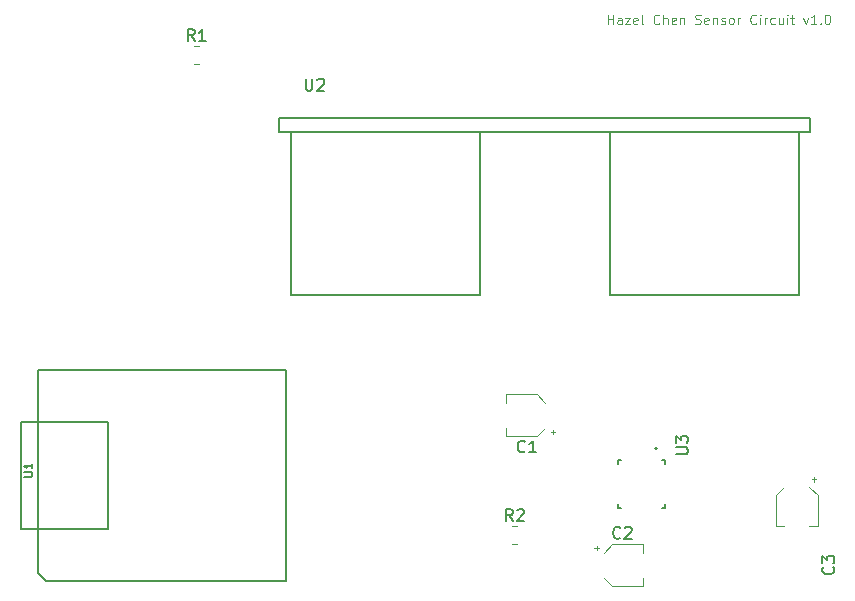
<source format=gbr>
%TF.GenerationSoftware,KiCad,Pcbnew,8.0.8*%
%TF.CreationDate,2025-02-09T22:20:03-08:00*%
%TF.ProjectId,techin514-final-project,74656368-696e-4353-9134-2d66696e616c,rev?*%
%TF.SameCoordinates,Original*%
%TF.FileFunction,Legend,Top*%
%TF.FilePolarity,Positive*%
%FSLAX46Y46*%
G04 Gerber Fmt 4.6, Leading zero omitted, Abs format (unit mm)*
G04 Created by KiCad (PCBNEW 8.0.8) date 2025-02-09 22:20:03*
%MOMM*%
%LPD*%
G01*
G04 APERTURE LIST*
%ADD10C,0.100000*%
%ADD11C,0.150000*%
%ADD12C,0.200000*%
%ADD13C,0.127000*%
%ADD14C,0.120000*%
G04 APERTURE END LIST*
D10*
X112016265Y-60856895D02*
X112016265Y-60056895D01*
X112016265Y-60437847D02*
X112473408Y-60437847D01*
X112473408Y-60856895D02*
X112473408Y-60056895D01*
X113197217Y-60856895D02*
X113197217Y-60437847D01*
X113197217Y-60437847D02*
X113159122Y-60361657D01*
X113159122Y-60361657D02*
X113082931Y-60323561D01*
X113082931Y-60323561D02*
X112930550Y-60323561D01*
X112930550Y-60323561D02*
X112854360Y-60361657D01*
X113197217Y-60818800D02*
X113121026Y-60856895D01*
X113121026Y-60856895D02*
X112930550Y-60856895D01*
X112930550Y-60856895D02*
X112854360Y-60818800D01*
X112854360Y-60818800D02*
X112816264Y-60742609D01*
X112816264Y-60742609D02*
X112816264Y-60666419D01*
X112816264Y-60666419D02*
X112854360Y-60590228D01*
X112854360Y-60590228D02*
X112930550Y-60552133D01*
X112930550Y-60552133D02*
X113121026Y-60552133D01*
X113121026Y-60552133D02*
X113197217Y-60514038D01*
X113501979Y-60323561D02*
X113921027Y-60323561D01*
X113921027Y-60323561D02*
X113501979Y-60856895D01*
X113501979Y-60856895D02*
X113921027Y-60856895D01*
X114530551Y-60818800D02*
X114454360Y-60856895D01*
X114454360Y-60856895D02*
X114301979Y-60856895D01*
X114301979Y-60856895D02*
X114225789Y-60818800D01*
X114225789Y-60818800D02*
X114187693Y-60742609D01*
X114187693Y-60742609D02*
X114187693Y-60437847D01*
X114187693Y-60437847D02*
X114225789Y-60361657D01*
X114225789Y-60361657D02*
X114301979Y-60323561D01*
X114301979Y-60323561D02*
X114454360Y-60323561D01*
X114454360Y-60323561D02*
X114530551Y-60361657D01*
X114530551Y-60361657D02*
X114568646Y-60437847D01*
X114568646Y-60437847D02*
X114568646Y-60514038D01*
X114568646Y-60514038D02*
X114187693Y-60590228D01*
X115025788Y-60856895D02*
X114949598Y-60818800D01*
X114949598Y-60818800D02*
X114911503Y-60742609D01*
X114911503Y-60742609D02*
X114911503Y-60056895D01*
X116397218Y-60780704D02*
X116359122Y-60818800D01*
X116359122Y-60818800D02*
X116244837Y-60856895D01*
X116244837Y-60856895D02*
X116168646Y-60856895D01*
X116168646Y-60856895D02*
X116054360Y-60818800D01*
X116054360Y-60818800D02*
X115978170Y-60742609D01*
X115978170Y-60742609D02*
X115940075Y-60666419D01*
X115940075Y-60666419D02*
X115901979Y-60514038D01*
X115901979Y-60514038D02*
X115901979Y-60399752D01*
X115901979Y-60399752D02*
X115940075Y-60247371D01*
X115940075Y-60247371D02*
X115978170Y-60171180D01*
X115978170Y-60171180D02*
X116054360Y-60094990D01*
X116054360Y-60094990D02*
X116168646Y-60056895D01*
X116168646Y-60056895D02*
X116244837Y-60056895D01*
X116244837Y-60056895D02*
X116359122Y-60094990D01*
X116359122Y-60094990D02*
X116397218Y-60133085D01*
X116740075Y-60856895D02*
X116740075Y-60056895D01*
X117082932Y-60856895D02*
X117082932Y-60437847D01*
X117082932Y-60437847D02*
X117044837Y-60361657D01*
X117044837Y-60361657D02*
X116968646Y-60323561D01*
X116968646Y-60323561D02*
X116854360Y-60323561D01*
X116854360Y-60323561D02*
X116778170Y-60361657D01*
X116778170Y-60361657D02*
X116740075Y-60399752D01*
X117768647Y-60818800D02*
X117692456Y-60856895D01*
X117692456Y-60856895D02*
X117540075Y-60856895D01*
X117540075Y-60856895D02*
X117463885Y-60818800D01*
X117463885Y-60818800D02*
X117425789Y-60742609D01*
X117425789Y-60742609D02*
X117425789Y-60437847D01*
X117425789Y-60437847D02*
X117463885Y-60361657D01*
X117463885Y-60361657D02*
X117540075Y-60323561D01*
X117540075Y-60323561D02*
X117692456Y-60323561D01*
X117692456Y-60323561D02*
X117768647Y-60361657D01*
X117768647Y-60361657D02*
X117806742Y-60437847D01*
X117806742Y-60437847D02*
X117806742Y-60514038D01*
X117806742Y-60514038D02*
X117425789Y-60590228D01*
X118149599Y-60323561D02*
X118149599Y-60856895D01*
X118149599Y-60399752D02*
X118187694Y-60361657D01*
X118187694Y-60361657D02*
X118263884Y-60323561D01*
X118263884Y-60323561D02*
X118378170Y-60323561D01*
X118378170Y-60323561D02*
X118454361Y-60361657D01*
X118454361Y-60361657D02*
X118492456Y-60437847D01*
X118492456Y-60437847D02*
X118492456Y-60856895D01*
X119444837Y-60818800D02*
X119559123Y-60856895D01*
X119559123Y-60856895D02*
X119749599Y-60856895D01*
X119749599Y-60856895D02*
X119825790Y-60818800D01*
X119825790Y-60818800D02*
X119863885Y-60780704D01*
X119863885Y-60780704D02*
X119901980Y-60704514D01*
X119901980Y-60704514D02*
X119901980Y-60628323D01*
X119901980Y-60628323D02*
X119863885Y-60552133D01*
X119863885Y-60552133D02*
X119825790Y-60514038D01*
X119825790Y-60514038D02*
X119749599Y-60475942D01*
X119749599Y-60475942D02*
X119597218Y-60437847D01*
X119597218Y-60437847D02*
X119521028Y-60399752D01*
X119521028Y-60399752D02*
X119482933Y-60361657D01*
X119482933Y-60361657D02*
X119444837Y-60285466D01*
X119444837Y-60285466D02*
X119444837Y-60209276D01*
X119444837Y-60209276D02*
X119482933Y-60133085D01*
X119482933Y-60133085D02*
X119521028Y-60094990D01*
X119521028Y-60094990D02*
X119597218Y-60056895D01*
X119597218Y-60056895D02*
X119787695Y-60056895D01*
X119787695Y-60056895D02*
X119901980Y-60094990D01*
X120549600Y-60818800D02*
X120473409Y-60856895D01*
X120473409Y-60856895D02*
X120321028Y-60856895D01*
X120321028Y-60856895D02*
X120244838Y-60818800D01*
X120244838Y-60818800D02*
X120206742Y-60742609D01*
X120206742Y-60742609D02*
X120206742Y-60437847D01*
X120206742Y-60437847D02*
X120244838Y-60361657D01*
X120244838Y-60361657D02*
X120321028Y-60323561D01*
X120321028Y-60323561D02*
X120473409Y-60323561D01*
X120473409Y-60323561D02*
X120549600Y-60361657D01*
X120549600Y-60361657D02*
X120587695Y-60437847D01*
X120587695Y-60437847D02*
X120587695Y-60514038D01*
X120587695Y-60514038D02*
X120206742Y-60590228D01*
X120930552Y-60323561D02*
X120930552Y-60856895D01*
X120930552Y-60399752D02*
X120968647Y-60361657D01*
X120968647Y-60361657D02*
X121044837Y-60323561D01*
X121044837Y-60323561D02*
X121159123Y-60323561D01*
X121159123Y-60323561D02*
X121235314Y-60361657D01*
X121235314Y-60361657D02*
X121273409Y-60437847D01*
X121273409Y-60437847D02*
X121273409Y-60856895D01*
X121616266Y-60818800D02*
X121692457Y-60856895D01*
X121692457Y-60856895D02*
X121844838Y-60856895D01*
X121844838Y-60856895D02*
X121921028Y-60818800D01*
X121921028Y-60818800D02*
X121959124Y-60742609D01*
X121959124Y-60742609D02*
X121959124Y-60704514D01*
X121959124Y-60704514D02*
X121921028Y-60628323D01*
X121921028Y-60628323D02*
X121844838Y-60590228D01*
X121844838Y-60590228D02*
X121730552Y-60590228D01*
X121730552Y-60590228D02*
X121654362Y-60552133D01*
X121654362Y-60552133D02*
X121616266Y-60475942D01*
X121616266Y-60475942D02*
X121616266Y-60437847D01*
X121616266Y-60437847D02*
X121654362Y-60361657D01*
X121654362Y-60361657D02*
X121730552Y-60323561D01*
X121730552Y-60323561D02*
X121844838Y-60323561D01*
X121844838Y-60323561D02*
X121921028Y-60361657D01*
X122416266Y-60856895D02*
X122340076Y-60818800D01*
X122340076Y-60818800D02*
X122301981Y-60780704D01*
X122301981Y-60780704D02*
X122263885Y-60704514D01*
X122263885Y-60704514D02*
X122263885Y-60475942D01*
X122263885Y-60475942D02*
X122301981Y-60399752D01*
X122301981Y-60399752D02*
X122340076Y-60361657D01*
X122340076Y-60361657D02*
X122416266Y-60323561D01*
X122416266Y-60323561D02*
X122530552Y-60323561D01*
X122530552Y-60323561D02*
X122606743Y-60361657D01*
X122606743Y-60361657D02*
X122644838Y-60399752D01*
X122644838Y-60399752D02*
X122682933Y-60475942D01*
X122682933Y-60475942D02*
X122682933Y-60704514D01*
X122682933Y-60704514D02*
X122644838Y-60780704D01*
X122644838Y-60780704D02*
X122606743Y-60818800D01*
X122606743Y-60818800D02*
X122530552Y-60856895D01*
X122530552Y-60856895D02*
X122416266Y-60856895D01*
X123025791Y-60856895D02*
X123025791Y-60323561D01*
X123025791Y-60475942D02*
X123063886Y-60399752D01*
X123063886Y-60399752D02*
X123101981Y-60361657D01*
X123101981Y-60361657D02*
X123178172Y-60323561D01*
X123178172Y-60323561D02*
X123254362Y-60323561D01*
X124587696Y-60780704D02*
X124549600Y-60818800D01*
X124549600Y-60818800D02*
X124435315Y-60856895D01*
X124435315Y-60856895D02*
X124359124Y-60856895D01*
X124359124Y-60856895D02*
X124244838Y-60818800D01*
X124244838Y-60818800D02*
X124168648Y-60742609D01*
X124168648Y-60742609D02*
X124130553Y-60666419D01*
X124130553Y-60666419D02*
X124092457Y-60514038D01*
X124092457Y-60514038D02*
X124092457Y-60399752D01*
X124092457Y-60399752D02*
X124130553Y-60247371D01*
X124130553Y-60247371D02*
X124168648Y-60171180D01*
X124168648Y-60171180D02*
X124244838Y-60094990D01*
X124244838Y-60094990D02*
X124359124Y-60056895D01*
X124359124Y-60056895D02*
X124435315Y-60056895D01*
X124435315Y-60056895D02*
X124549600Y-60094990D01*
X124549600Y-60094990D02*
X124587696Y-60133085D01*
X124930553Y-60856895D02*
X124930553Y-60323561D01*
X124930553Y-60056895D02*
X124892457Y-60094990D01*
X124892457Y-60094990D02*
X124930553Y-60133085D01*
X124930553Y-60133085D02*
X124968648Y-60094990D01*
X124968648Y-60094990D02*
X124930553Y-60056895D01*
X124930553Y-60056895D02*
X124930553Y-60133085D01*
X125311505Y-60856895D02*
X125311505Y-60323561D01*
X125311505Y-60475942D02*
X125349600Y-60399752D01*
X125349600Y-60399752D02*
X125387695Y-60361657D01*
X125387695Y-60361657D02*
X125463886Y-60323561D01*
X125463886Y-60323561D02*
X125540076Y-60323561D01*
X126149600Y-60818800D02*
X126073409Y-60856895D01*
X126073409Y-60856895D02*
X125921028Y-60856895D01*
X125921028Y-60856895D02*
X125844838Y-60818800D01*
X125844838Y-60818800D02*
X125806743Y-60780704D01*
X125806743Y-60780704D02*
X125768647Y-60704514D01*
X125768647Y-60704514D02*
X125768647Y-60475942D01*
X125768647Y-60475942D02*
X125806743Y-60399752D01*
X125806743Y-60399752D02*
X125844838Y-60361657D01*
X125844838Y-60361657D02*
X125921028Y-60323561D01*
X125921028Y-60323561D02*
X126073409Y-60323561D01*
X126073409Y-60323561D02*
X126149600Y-60361657D01*
X126835314Y-60323561D02*
X126835314Y-60856895D01*
X126492457Y-60323561D02*
X126492457Y-60742609D01*
X126492457Y-60742609D02*
X126530552Y-60818800D01*
X126530552Y-60818800D02*
X126606742Y-60856895D01*
X126606742Y-60856895D02*
X126721028Y-60856895D01*
X126721028Y-60856895D02*
X126797219Y-60818800D01*
X126797219Y-60818800D02*
X126835314Y-60780704D01*
X127216267Y-60856895D02*
X127216267Y-60323561D01*
X127216267Y-60056895D02*
X127178171Y-60094990D01*
X127178171Y-60094990D02*
X127216267Y-60133085D01*
X127216267Y-60133085D02*
X127254362Y-60094990D01*
X127254362Y-60094990D02*
X127216267Y-60056895D01*
X127216267Y-60056895D02*
X127216267Y-60133085D01*
X127482933Y-60323561D02*
X127787695Y-60323561D01*
X127597219Y-60056895D02*
X127597219Y-60742609D01*
X127597219Y-60742609D02*
X127635314Y-60818800D01*
X127635314Y-60818800D02*
X127711504Y-60856895D01*
X127711504Y-60856895D02*
X127787695Y-60856895D01*
X128587695Y-60323561D02*
X128778171Y-60856895D01*
X128778171Y-60856895D02*
X128968648Y-60323561D01*
X129692457Y-60856895D02*
X129235314Y-60856895D01*
X129463886Y-60856895D02*
X129463886Y-60056895D01*
X129463886Y-60056895D02*
X129387695Y-60171180D01*
X129387695Y-60171180D02*
X129311505Y-60247371D01*
X129311505Y-60247371D02*
X129235314Y-60285466D01*
X130035315Y-60780704D02*
X130073410Y-60818800D01*
X130073410Y-60818800D02*
X130035315Y-60856895D01*
X130035315Y-60856895D02*
X129997219Y-60818800D01*
X129997219Y-60818800D02*
X130035315Y-60780704D01*
X130035315Y-60780704D02*
X130035315Y-60856895D01*
X130568648Y-60056895D02*
X130644838Y-60056895D01*
X130644838Y-60056895D02*
X130721029Y-60094990D01*
X130721029Y-60094990D02*
X130759124Y-60133085D01*
X130759124Y-60133085D02*
X130797219Y-60209276D01*
X130797219Y-60209276D02*
X130835314Y-60361657D01*
X130835314Y-60361657D02*
X130835314Y-60552133D01*
X130835314Y-60552133D02*
X130797219Y-60704514D01*
X130797219Y-60704514D02*
X130759124Y-60780704D01*
X130759124Y-60780704D02*
X130721029Y-60818800D01*
X130721029Y-60818800D02*
X130644838Y-60856895D01*
X130644838Y-60856895D02*
X130568648Y-60856895D01*
X130568648Y-60856895D02*
X130492457Y-60818800D01*
X130492457Y-60818800D02*
X130454362Y-60780704D01*
X130454362Y-60780704D02*
X130416267Y-60704514D01*
X130416267Y-60704514D02*
X130378171Y-60552133D01*
X130378171Y-60552133D02*
X130378171Y-60361657D01*
X130378171Y-60361657D02*
X130416267Y-60209276D01*
X130416267Y-60209276D02*
X130454362Y-60133085D01*
X130454362Y-60133085D02*
X130492457Y-60094990D01*
X130492457Y-60094990D02*
X130568648Y-60056895D01*
D11*
X117817319Y-97281904D02*
X118626842Y-97281904D01*
X118626842Y-97281904D02*
X118722080Y-97234285D01*
X118722080Y-97234285D02*
X118769700Y-97186666D01*
X118769700Y-97186666D02*
X118817319Y-97091428D01*
X118817319Y-97091428D02*
X118817319Y-96900952D01*
X118817319Y-96900952D02*
X118769700Y-96805714D01*
X118769700Y-96805714D02*
X118722080Y-96758095D01*
X118722080Y-96758095D02*
X118626842Y-96710476D01*
X118626842Y-96710476D02*
X117817319Y-96710476D01*
X117817319Y-96329523D02*
X117817319Y-95710476D01*
X117817319Y-95710476D02*
X118198271Y-96043809D01*
X118198271Y-96043809D02*
X118198271Y-95900952D01*
X118198271Y-95900952D02*
X118245890Y-95805714D01*
X118245890Y-95805714D02*
X118293509Y-95758095D01*
X118293509Y-95758095D02*
X118388747Y-95710476D01*
X118388747Y-95710476D02*
X118626842Y-95710476D01*
X118626842Y-95710476D02*
X118722080Y-95758095D01*
X118722080Y-95758095D02*
X118769700Y-95805714D01*
X118769700Y-95805714D02*
X118817319Y-95900952D01*
X118817319Y-95900952D02*
X118817319Y-96186666D01*
X118817319Y-96186666D02*
X118769700Y-96281904D01*
X118769700Y-96281904D02*
X118722080Y-96329523D01*
X86432649Y-65494539D02*
X86432649Y-66304484D01*
X86432649Y-66304484D02*
X86480292Y-66399772D01*
X86480292Y-66399772D02*
X86527936Y-66447416D01*
X86527936Y-66447416D02*
X86623224Y-66495059D01*
X86623224Y-66495059D02*
X86813799Y-66495059D01*
X86813799Y-66495059D02*
X86909087Y-66447416D01*
X86909087Y-66447416D02*
X86956730Y-66399772D01*
X86956730Y-66399772D02*
X87004374Y-66304484D01*
X87004374Y-66304484D02*
X87004374Y-65494539D01*
X87433169Y-65589827D02*
X87480813Y-65542183D01*
X87480813Y-65542183D02*
X87576100Y-65494539D01*
X87576100Y-65494539D02*
X87814319Y-65494539D01*
X87814319Y-65494539D02*
X87909607Y-65542183D01*
X87909607Y-65542183D02*
X87957251Y-65589827D01*
X87957251Y-65589827D02*
X88004894Y-65685115D01*
X88004894Y-65685115D02*
X88004894Y-65780402D01*
X88004894Y-65780402D02*
X87957251Y-65923334D01*
X87957251Y-65923334D02*
X87385525Y-66495059D01*
X87385525Y-66495059D02*
X88004894Y-66495059D01*
X62614783Y-99176333D02*
X63181450Y-99176333D01*
X63181450Y-99176333D02*
X63248116Y-99143000D01*
X63248116Y-99143000D02*
X63281450Y-99109666D01*
X63281450Y-99109666D02*
X63314783Y-99043000D01*
X63314783Y-99043000D02*
X63314783Y-98909666D01*
X63314783Y-98909666D02*
X63281450Y-98843000D01*
X63281450Y-98843000D02*
X63248116Y-98809666D01*
X63248116Y-98809666D02*
X63181450Y-98776333D01*
X63181450Y-98776333D02*
X62614783Y-98776333D01*
X63314783Y-98076333D02*
X63314783Y-98476333D01*
X63314783Y-98276333D02*
X62614783Y-98276333D01*
X62614783Y-98276333D02*
X62714783Y-98343000D01*
X62714783Y-98343000D02*
X62781450Y-98409667D01*
X62781450Y-98409667D02*
X62814783Y-98476333D01*
X103973333Y-102944819D02*
X103640000Y-102468628D01*
X103401905Y-102944819D02*
X103401905Y-101944819D01*
X103401905Y-101944819D02*
X103782857Y-101944819D01*
X103782857Y-101944819D02*
X103878095Y-101992438D01*
X103878095Y-101992438D02*
X103925714Y-102040057D01*
X103925714Y-102040057D02*
X103973333Y-102135295D01*
X103973333Y-102135295D02*
X103973333Y-102278152D01*
X103973333Y-102278152D02*
X103925714Y-102373390D01*
X103925714Y-102373390D02*
X103878095Y-102421009D01*
X103878095Y-102421009D02*
X103782857Y-102468628D01*
X103782857Y-102468628D02*
X103401905Y-102468628D01*
X104354286Y-102040057D02*
X104401905Y-101992438D01*
X104401905Y-101992438D02*
X104497143Y-101944819D01*
X104497143Y-101944819D02*
X104735238Y-101944819D01*
X104735238Y-101944819D02*
X104830476Y-101992438D01*
X104830476Y-101992438D02*
X104878095Y-102040057D01*
X104878095Y-102040057D02*
X104925714Y-102135295D01*
X104925714Y-102135295D02*
X104925714Y-102230533D01*
X104925714Y-102230533D02*
X104878095Y-102373390D01*
X104878095Y-102373390D02*
X104306667Y-102944819D01*
X104306667Y-102944819D02*
X104925714Y-102944819D01*
X77033333Y-62304819D02*
X76700000Y-61828628D01*
X76461905Y-62304819D02*
X76461905Y-61304819D01*
X76461905Y-61304819D02*
X76842857Y-61304819D01*
X76842857Y-61304819D02*
X76938095Y-61352438D01*
X76938095Y-61352438D02*
X76985714Y-61400057D01*
X76985714Y-61400057D02*
X77033333Y-61495295D01*
X77033333Y-61495295D02*
X77033333Y-61638152D01*
X77033333Y-61638152D02*
X76985714Y-61733390D01*
X76985714Y-61733390D02*
X76938095Y-61781009D01*
X76938095Y-61781009D02*
X76842857Y-61828628D01*
X76842857Y-61828628D02*
X76461905Y-61828628D01*
X77985714Y-62304819D02*
X77414286Y-62304819D01*
X77700000Y-62304819D02*
X77700000Y-61304819D01*
X77700000Y-61304819D02*
X77604762Y-61447676D01*
X77604762Y-61447676D02*
X77509524Y-61542914D01*
X77509524Y-61542914D02*
X77414286Y-61590533D01*
X131099580Y-106846666D02*
X131147200Y-106894285D01*
X131147200Y-106894285D02*
X131194819Y-107037142D01*
X131194819Y-107037142D02*
X131194819Y-107132380D01*
X131194819Y-107132380D02*
X131147200Y-107275237D01*
X131147200Y-107275237D02*
X131051961Y-107370475D01*
X131051961Y-107370475D02*
X130956723Y-107418094D01*
X130956723Y-107418094D02*
X130766247Y-107465713D01*
X130766247Y-107465713D02*
X130623390Y-107465713D01*
X130623390Y-107465713D02*
X130432914Y-107418094D01*
X130432914Y-107418094D02*
X130337676Y-107370475D01*
X130337676Y-107370475D02*
X130242438Y-107275237D01*
X130242438Y-107275237D02*
X130194819Y-107132380D01*
X130194819Y-107132380D02*
X130194819Y-107037142D01*
X130194819Y-107037142D02*
X130242438Y-106894285D01*
X130242438Y-106894285D02*
X130290057Y-106846666D01*
X130194819Y-106513332D02*
X130194819Y-105894285D01*
X130194819Y-105894285D02*
X130575771Y-106227618D01*
X130575771Y-106227618D02*
X130575771Y-106084761D01*
X130575771Y-106084761D02*
X130623390Y-105989523D01*
X130623390Y-105989523D02*
X130671009Y-105941904D01*
X130671009Y-105941904D02*
X130766247Y-105894285D01*
X130766247Y-105894285D02*
X131004342Y-105894285D01*
X131004342Y-105894285D02*
X131099580Y-105941904D01*
X131099580Y-105941904D02*
X131147200Y-105989523D01*
X131147200Y-105989523D02*
X131194819Y-106084761D01*
X131194819Y-106084761D02*
X131194819Y-106370475D01*
X131194819Y-106370475D02*
X131147200Y-106465713D01*
X131147200Y-106465713D02*
X131099580Y-106513332D01*
X113093333Y-104339580D02*
X113045714Y-104387200D01*
X113045714Y-104387200D02*
X112902857Y-104434819D01*
X112902857Y-104434819D02*
X112807619Y-104434819D01*
X112807619Y-104434819D02*
X112664762Y-104387200D01*
X112664762Y-104387200D02*
X112569524Y-104291961D01*
X112569524Y-104291961D02*
X112521905Y-104196723D01*
X112521905Y-104196723D02*
X112474286Y-104006247D01*
X112474286Y-104006247D02*
X112474286Y-103863390D01*
X112474286Y-103863390D02*
X112521905Y-103672914D01*
X112521905Y-103672914D02*
X112569524Y-103577676D01*
X112569524Y-103577676D02*
X112664762Y-103482438D01*
X112664762Y-103482438D02*
X112807619Y-103434819D01*
X112807619Y-103434819D02*
X112902857Y-103434819D01*
X112902857Y-103434819D02*
X113045714Y-103482438D01*
X113045714Y-103482438D02*
X113093333Y-103530057D01*
X113474286Y-103530057D02*
X113521905Y-103482438D01*
X113521905Y-103482438D02*
X113617143Y-103434819D01*
X113617143Y-103434819D02*
X113855238Y-103434819D01*
X113855238Y-103434819D02*
X113950476Y-103482438D01*
X113950476Y-103482438D02*
X113998095Y-103530057D01*
X113998095Y-103530057D02*
X114045714Y-103625295D01*
X114045714Y-103625295D02*
X114045714Y-103720533D01*
X114045714Y-103720533D02*
X113998095Y-103863390D01*
X113998095Y-103863390D02*
X113426667Y-104434819D01*
X113426667Y-104434819D02*
X114045714Y-104434819D01*
X105013333Y-97039580D02*
X104965714Y-97087200D01*
X104965714Y-97087200D02*
X104822857Y-97134819D01*
X104822857Y-97134819D02*
X104727619Y-97134819D01*
X104727619Y-97134819D02*
X104584762Y-97087200D01*
X104584762Y-97087200D02*
X104489524Y-96991961D01*
X104489524Y-96991961D02*
X104441905Y-96896723D01*
X104441905Y-96896723D02*
X104394286Y-96706247D01*
X104394286Y-96706247D02*
X104394286Y-96563390D01*
X104394286Y-96563390D02*
X104441905Y-96372914D01*
X104441905Y-96372914D02*
X104489524Y-96277676D01*
X104489524Y-96277676D02*
X104584762Y-96182438D01*
X104584762Y-96182438D02*
X104727619Y-96134819D01*
X104727619Y-96134819D02*
X104822857Y-96134819D01*
X104822857Y-96134819D02*
X104965714Y-96182438D01*
X104965714Y-96182438D02*
X105013333Y-96230057D01*
X105965714Y-97134819D02*
X105394286Y-97134819D01*
X105680000Y-97134819D02*
X105680000Y-96134819D01*
X105680000Y-96134819D02*
X105584762Y-96277676D01*
X105584762Y-96277676D02*
X105489524Y-96372914D01*
X105489524Y-96372914D02*
X105394286Y-96420533D01*
D12*
%TO.C,U3*%
X116220000Y-96810000D02*
G75*
G02*
X116020000Y-96810000I-100000J0D01*
G01*
X116020000Y-96810000D02*
G75*
G02*
X116220000Y-96810000I100000J0D01*
G01*
D13*
X116870000Y-97810000D02*
X116575000Y-97810000D01*
X116870000Y-97810000D02*
X116870000Y-98105000D01*
X112870000Y-97810000D02*
X112870000Y-98105000D01*
X112870000Y-97810000D02*
X113165000Y-97810000D01*
X112870000Y-101810000D02*
X113165000Y-101810000D01*
X112870000Y-101810000D02*
X112870000Y-101515000D01*
X116870000Y-101810000D02*
X116870000Y-101515000D01*
X116870000Y-101810000D02*
X116575000Y-101810000D01*
%TO.C,U2*%
X85180000Y-83805000D02*
X101180000Y-83805000D01*
X112180000Y-83805000D02*
X128180000Y-83805000D01*
X129180000Y-70005000D02*
X128180000Y-70005000D01*
X128180000Y-70005000D02*
X112180000Y-70005000D01*
X112180000Y-70005000D02*
X101180000Y-70005000D01*
X101180000Y-70005000D02*
X85180000Y-70005000D01*
X85180000Y-70005000D02*
X84180000Y-70005000D01*
X84180000Y-70005000D02*
X84180000Y-68805000D01*
X84180000Y-68805000D02*
X129180000Y-68805000D01*
X129180000Y-68805000D02*
X129180000Y-70005000D01*
X85180000Y-70005000D02*
X85180000Y-83805000D01*
X128180000Y-70005000D02*
X128180000Y-83805000D01*
X101180000Y-70005000D02*
X101180000Y-83805000D01*
X112180000Y-70005000D02*
X112180000Y-83805000D01*
%TO.C,U1*%
X84779250Y-107977500D02*
X84779250Y-90177500D01*
X84779250Y-90177500D02*
X63779250Y-90177500D01*
X63779250Y-90177500D02*
X63779250Y-107305959D01*
X63779250Y-107305959D02*
X64450750Y-107977500D01*
X64450750Y-107977500D02*
X84779250Y-107977500D01*
X62355250Y-103577500D02*
X62355250Y-94582500D01*
X62355250Y-94582500D02*
X69707250Y-94582500D01*
X69707250Y-94582500D02*
X69707250Y-103581500D01*
X69707250Y-103581500D02*
X62354250Y-103581500D01*
D14*
%TO.C,R2*%
X103912936Y-103405000D02*
X104367064Y-103405000D01*
X103912936Y-104875000D02*
X104367064Y-104875000D01*
%TO.C,R1*%
X76972936Y-62765000D02*
X77427064Y-62765000D01*
X76972936Y-64235000D02*
X77427064Y-64235000D01*
%TO.C,C3*%
X129475000Y-99225000D02*
X129475000Y-99600000D01*
X129662500Y-99412500D02*
X129287500Y-99412500D01*
X129100000Y-100029437D02*
X129800000Y-100729437D01*
X126980000Y-100029437D02*
X126280000Y-100729437D01*
X129800000Y-100729437D02*
X129800000Y-103360000D01*
X126280000Y-100729437D02*
X126280000Y-103360000D01*
X129800000Y-103360000D02*
X129100000Y-103360000D01*
X126280000Y-103360000D02*
X126980000Y-103360000D01*
%TO.C,C2*%
X110885000Y-105245000D02*
X111260000Y-105245000D01*
X111072500Y-105057500D02*
X111072500Y-105432500D01*
X111689437Y-105620000D02*
X112389437Y-104920000D01*
X111689437Y-107740000D02*
X112389437Y-108440000D01*
X112389437Y-104920000D02*
X115020000Y-104920000D01*
X112389437Y-108440000D02*
X115020000Y-108440000D01*
X115020000Y-104920000D02*
X115020000Y-105620000D01*
X115020000Y-108440000D02*
X115020000Y-107740000D01*
%TO.C,C1*%
X107555000Y-95415000D02*
X107180000Y-95415000D01*
X107367500Y-95602500D02*
X107367500Y-95227500D01*
X106750563Y-95040000D02*
X106050563Y-95740000D01*
X106750563Y-92920000D02*
X106050563Y-92220000D01*
X106050563Y-95740000D02*
X103420000Y-95740000D01*
X106050563Y-92220000D02*
X103420000Y-92220000D01*
X103420000Y-95740000D02*
X103420000Y-95040000D01*
X103420000Y-92220000D02*
X103420000Y-92920000D01*
%TD*%
M02*

</source>
